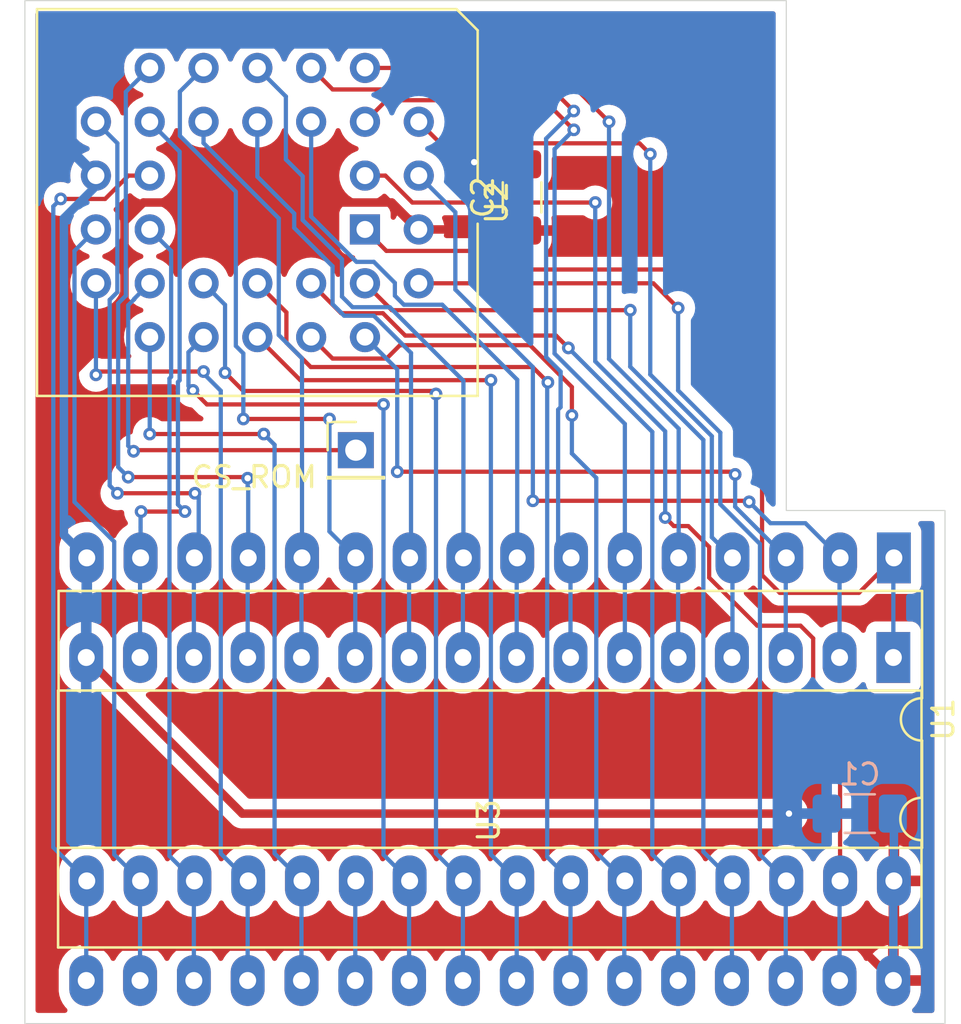
<source format=kicad_pcb>
(kicad_pcb (version 20240108) (generator "pcbnew") (generator_version "8.0")
  (layers (0 "F.Cu" signal) (1 "In1.Cu" signal) (2 "In2.Cu" signal) (31 "B.Cu" signal) (34 "B.Paste" user) (35 "F.Paste" user) (36 "B.SilkS" user "B.Silkscreen") (37 "F.SilkS" user "F.Silkscreen") (38 "B.Mask" user) (39 "F.Mask" user) (44 "Edge.Cuts" user))
  (net 0 "")
  (net 1 "/A0")
  (net 2 "/D6")
  (net 3 "/~{OE}")
  (net 4 "/A6")
  (net 5 "/A13")
  (net 6 "/A15")
  (net 7 "/D2")
  (net 8 "/A4")
  (net 9 "/A12")
  (net 10 "/A2")
  (net 11 "/D3")
  (net 12 "/A1")
  (net 13 "/A10")
  (net 14 "/D7")
  (net 15 "/~{WE}")
  (net 16 "/D1")
  (net 17 "/D4")
  (net 18 "/A17")
  (net 19 "/~{CE}")
  (net 20 "/D5")
  (net 21 "/A5")
  (net 22 "/A7")
  (net 23 "/A11")
  (net 24 "/A9")
  (net 25 "/A18")
  (net 26 "/A3")
  (net 27 "/D0")
  (net 28 "/A14")
  (net 29 "/A16")
  (net 30 "/A8")
  (net 31 "/~{CS_ROM}")
  (net 32 "VCC")
  (net 33 "GND")
  (footprint "Capacitor_SMD:C_1206_3216Metric_Pad1.33x1.80mm_HandSolder" (layer "F.Cu") (at 221.8436 167.1443 90)
    (property "Reference" "C2" (at 0 -1.85 270) (layer "F.SilkS"))
    (property "Value" "C")
    (fp_line (start -0.711252 -0.91) (end 0.711252 -0.91) (stroke (width 0.12)) (layer "F.SilkS"))
    (fp_line (start -0.711252 0.91) (end 0.711252 0.91) (stroke (width 0.12)) (layer "F.SilkS"))
    (pad "1" smd roundrect (at -1.5625 0 90) (size 1.325 1.8) (layers "F.Cu" "F.Paste" "F.Mask") (roundrect_rratio 0.188679) (net 32 "VCC"))
    (pad "2" smd roundrect (at 1.5625 0 90) (size 1.325 1.8) (layers "F.Cu" "F.Paste" "F.Mask") (roundrect_rratio 0.188679) (net 33 "GND"))
  )
  (footprint "Package_LCC:PLCC-32_THT-Socket" (layer "F.Cu") (at 214.4268 168.656 -90)
    (property "Reference" "U2" (at -1.27 -6.22 90) (layer "F.SilkS"))
    (property "Value" "SST39SF040")
    (fp_line (start -10.395 15.48) (end 7.855 15.48) (stroke (width 0.12)) (layer "F.SilkS"))
    (fp_line (start 7.855 15.48) (end 7.855 -5.32) (stroke (width 0.12)) (layer "F.SilkS"))
    (fp_line (start -10.395 -4.32) (end -10.395 15.48) (stroke (width 0.12)) (layer "F.SilkS"))
    (fp_line (start -9.395 -5.32) (end -10.395 -4.32) (stroke (width 0.12)) (layer "F.SilkS"))
    (fp_line (start -2.27 -5.32) (end -9.395 -5.32) (stroke (width 0.12)) (layer "F.SilkS"))
    (fp_line (start 7.855 -5.32) (end -0.27 -5.32) (stroke (width 0.12)) (layer "F.SilkS"))
    (pad "1" thru_hole rect (at 0 0 270) (size 1.4224 1.4224) (drill 0.8) (layers "*.Cu" "*.Mask") (net 25 "/A18"))
    (pad "2" thru_hole circle (at -2.54 -2.54 270) (size 1.4224 1.4224) (drill 0.8) (layers "*.Cu" "*.Mask") (net 29 "/A16"))
    (pad "3" thru_hole circle (at -2.54 0 270) (size 1.4224 1.4224) (drill 0.8) (layers "*.Cu" "*.Mask") (net 6 "/A15"))
    (pad "4" thru_hole circle (at -5.08 -2.54 270) (size 1.4224 1.4224) (drill 0.8) (layers "*.Cu" "*.Mask") (net 9 "/A12"))
    (pad "5" thru_hole circle (at -7.62 0 270) (size 1.4224 1.4224) (drill 0.8) (layers "*.Cu" "*.Mask") (net 22 "/A7"))
    (pad "6" thru_hole circle (at -5.08 0 270) (size 1.4224 1.4224) (drill 0.8) (layers "*.Cu" "*.Mask") (net 4 "/A6"))
    (pad "7" thru_hole circle (at -7.62 2.54 270) (size 1.4224 1.4224) (drill 0.8) (layers "*.Cu" "*.Mask") (net 21 "/A5"))
    (pad "8" thru_hole circle (at -5.08 2.54 270) (size 1.4224 1.4224) (drill 0.8) (layers "*.Cu" "*.Mask") (net 8 "/A4"))
    (pad "9" thru_hole circle (at -7.62 5.08 270) (size 1.4224 1.4224) (drill 0.8) (layers "*.Cu" "*.Mask") (net 26 "/A3"))
    (pad "10" thru_hole circle (at -5.08 5.08 270) (size 1.4224 1.4224) (drill 0.8) (layers "*.Cu" "*.Mask") (net 10 "/A2"))
    (pad "11" thru_hole circle (at -7.62 7.62 270) (size 1.4224 1.4224) (drill 0.8) (layers "*.Cu" "*.Mask") (net 12 "/A1"))
    (pad "12" thru_hole circle (at -5.08 7.62 270) (size 1.4224 1.4224) (drill 0.8) (layers "*.Cu" "*.Mask") (net 1 "/A0"))
    (pad "13" thru_hole circle (at -7.62 10.16 270) (size 1.4224 1.4224) (drill 0.8) (layers "*.Cu" "*.Mask") (net 27 "/D0"))
    (pad "14" thru_hole circle (at -5.08 12.7 270) (size 1.4224 1.4224) (drill 0.8) (layers "*.Cu" "*.Mask") (net 16 "/D1"))
    (pad "15" thru_hole circle (at -5.08 10.16 270) (size 1.4224 1.4224) (drill 0.8) (layers "*.Cu" "*.Mask") (net 7 "/D2"))
    (pad "16" thru_hole circle (at -2.54 12.7 270) (size 1.4224 1.4224) (drill 0.8) (layers "*.Cu" "*.Mask") (net 33 "GND"))
    (pad "17" thru_hole circle (at -2.54 10.16 270) (size 1.4224 1.4224) (drill 0.8) (layers "*.Cu" "*.Mask") (net 11 "/D3"))
    (pad "18" thru_hole circle (at 0 12.7 270) (size 1.4224 1.4224) (drill 0.8) (layers "*.Cu" "*.Mask") (net 17 "/D4"))
    (pad "19" thru_hole circle (at 0 10.16 270) (size 1.4224 1.4224) (drill 0.8) (layers "*.Cu" "*.Mask") (net 20 "/D5"))
    (pad "20" thru_hole circle (at 2.54 12.7 270) (size 1.4224 1.4224) (drill 0.8) (layers "*.Cu" "*.Mask") (net 2 "/D6"))
    (pad "21" thru_hole circle (at 5.08 10.16 270) (size 1.4224 1.4224) (drill 0.8) (layers "*.Cu" "*.Mask") (net 14 "/D7"))
    (pad "22" thru_hole circle (at 2.54 10.16 270) (size 1.4224 1.4224) (drill 0.8) (layers "*.Cu" "*.Mask") (net 31 "/~{CS_ROM}"))
    (pad "23" thru_hole circle (at 5.08 7.62 270) (size 1.4224 1.4224) (drill 0.8) (layers "*.Cu" "*.Mask") (net 13 "/A10"))
    (pad "24" thru_hole circle (at 2.54 7.62 270) (size 1.4224 1.4224) (drill 0.8) (layers "*.Cu" "*.Mask") (net 3 "/~{OE}"))
    (pad "25" thru_hole circle (at 5.08 5.08 270) (size 1.4224 1.4224) (drill 0.8) (layers "*.Cu" "*.Mask") (net 23 "/A11"))
    (pad "26" thru_hole circle (at 2.54 5.08 270) (size 1.4224 1.4224) (drill 0.8) (layers "*.Cu" "*.Mask") (net 24 "/A9"))
    (pad "27" thru_hole circle (at 5.08 2.54 270) (size 1.4224 1.4224) (drill 0.8) (layers "*.Cu" "*.Mask") (net 30 "/A8"))
    (pad "28" thru_hole circle (at 2.54 2.54 270) (size 1.4224 1.4224) (drill 0.8) (layers "*.Cu" "*.Mask") (net 5 "/A13"))
    (pad "29" thru_hole circle (at 5.08 0 270) (size 1.4224 1.4224) (drill 0.8) (layers "*.Cu" "*.Mask") (net 28 "/A14"))
    (pad "30" thru_hole circle (at 2.54 -2.54 270) (size 1.4224 1.4224) (drill 0.8) (layers "*.Cu" "*.Mask") (net 18 "/A17"))
    (pad "31" thru_hole circle (at 2.54 0 270) (size 1.4224 1.4224) (drill 0.8) (layers "*.Cu" "*.Mask") (net 15 "/~{WE}"))
    (pad "32" thru_hole circle (at 0 -2.54 270) (size 1.4224 1.4224) (drill 0.8) (layers "*.Cu" "*.Mask") (net 32 "VCC"))
  )
  (footprint "Package_DIP:DIP-32_W15.24mm_LongPads" (layer "F.Cu") (at 239.395 184.15 -90)
    (property "Reference" "U1" (at 7.62 -2.33 -90) (layer "F.SilkS"))
    (property "Value" "AS6C4008-55PCN")
    (fp_line (start 1.56 39.43) (end 13.68 39.43) (stroke (width 0.12)) (layer "F.SilkS"))
    (fp_line (start 13.68 39.43) (end 13.68 -1.33) (stroke (width 0.12)) (layer "F.SilkS"))
    (fp_line (start 1.56 -1.33) (end 1.56 39.43) (stroke (width 0.12)) (layer "F.SilkS"))
    (fp_line (start 6.62 -1.33) (end 1.56 -1.33) (stroke (width 0.12)) (layer "F.SilkS"))
    (fp_line (start 13.68 -1.33) (end 8.62 -1.33) (stroke (width 0.12)) (layer "F.SilkS"))
    (fp_arc (start 8.62 -1.33) (mid 7.62 -0.33) (end 6.62 -1.33) (stroke (width 0.12)) (layer "F.SilkS"))
    (pad "1" thru_hole rect (at 0 0 270) (size 2.4 1.6) (drill 0.8) (layers "*.Cu" "*.Mask") (net 25 "/A18"))
    (pad "2" thru_hole oval (at 0 2.54 270) (size 2.4 1.6) (drill 0.8) (layers "*.Cu" "*.Mask") (net 29 "/A16"))
    (pad "3" thru_hole oval (at 0 5.08 270) (size 2.4 1.6) (drill 0.8) (layers "*.Cu" "*.Mask") (net 28 "/A14"))
    (pad "4" thru_hole oval (at 0 7.62 270) (size 2.4 1.6) (drill 0.8) (layers "*.Cu" "*.Mask") (net 9 "/A12"))
    (pad "5" thru_hole oval (at 0 10.16 270) (size 2.4 1.6) (drill 0.8) (layers "*.Cu" "*.Mask") (net 22 "/A7"))
    (pad "6" thru_hole oval (at 0 12.7 270) (size 2.4 1.6) (drill 0.8) (layers "*.Cu" "*.Mask") (net 4 "/A6"))
    (pad "7" thru_hole oval (at 0 15.24 270) (size 2.4 1.6) (drill 0.8) (layers "*.Cu" "*.Mask") (net 21 "/A5"))
    (pad "8" thru_hole oval (at 0 17.78 270) (size 2.4 1.6) (drill 0.8) (layers "*.Cu" "*.Mask") (net 8 "/A4"))
    (pad "9" thru_hole oval (at 0 20.32 270) (size 2.4 1.6) (drill 0.8) (layers "*.Cu" "*.Mask") (net 26 "/A3"))
    (pad "10" thru_hole oval (at 0 22.86 270) (size 2.4 1.6) (drill 0.8) (layers "*.Cu" "*.Mask") (net 10 "/A2"))
    (pad "11" thru_hole oval (at 0 25.4 270) (size 2.4 1.6) (drill 0.8) (layers "*.Cu" "*.Mask") (net 12 "/A1"))
    (pad "12" thru_hole oval (at 0 27.94 270) (size 2.4 1.6) (drill 0.8) (layers "*.Cu" "*.Mask") (net 1 "/A0"))
    (pad "13" thru_hole oval (at 0 30.48 270) (size 2.4 1.6) (drill 0.8) (layers "*.Cu" "*.Mask") (net 27 "/D0"))
    (pad "14" thru_hole oval (at 0 33.02 270) (size 2.4 1.6) (drill 0.8) (layers "*.Cu" "*.Mask") (net 16 "/D1"))
    (pad "15" thru_hole oval (at 0 35.56 270) (size 2.4 1.6) (drill 0.8) (layers "*.Cu" "*.Mask") (net 7 "/D2"))
    (pad "16" thru_hole oval (at 0 38.1 270) (size 2.4 1.6) (drill 0.8) (layers "*.Cu" "*.Mask") (net 33 "GND"))
    (pad "17" thru_hole oval (at 15.24 38.1 270) (size 2.4 1.6) (drill 0.8) (layers "*.Cu" "*.Mask") (net 11 "/D3"))
    (pad "18" thru_hole oval (at 15.24 35.56 270) (size 2.4 1.6) (drill 0.8) (layers "*.Cu" "*.Mask") (net 17 "/D4"))
    (pad "19" thru_hole oval (at 15.24 33.02 270) (size 2.4 1.6) (drill 0.8) (layers "*.Cu" "*.Mask") (net 20 "/D5"))
    (pad "20" thru_hole oval (at 15.24 30.48 270) (size 2.4 1.6) (drill 0.8) (layers "*.Cu" "*.Mask") (net 2 "/D6"))
    (pad "21" thru_hole oval (at 15.24 27.94 270) (size 2.4 1.6) (drill 0.8) (layers "*.Cu" "*.Mask") (net 14 "/D7"))
    (pad "22" thru_hole oval (at 15.24 25.4 270) (size 2.4 1.6) (drill 0.8) (layers "*.Cu" "*.Mask") (net 19 "/~{CE}"))
    (pad "23" thru_hole oval (at 15.24 22.86 270) (size 2.4 1.6) (drill 0.8) (layers "*.Cu" "*.Mask") (net 13 "/A10"))
    (pad "24" thru_hole oval (at 15.24 20.32 270) (size 2.4 1.6) (drill 0.8) (layers "*.Cu" "*.Mask") (net 3 "/~{OE}"))
    (pad "25" thru_hole oval (at 15.24 17.78 270) (size 2.4 1.6) (drill 0.8) (layers "*.Cu" "*.Mask") (net 23 "/A11"))
    (pad "26" thru_hole oval (at 15.24 15.24 270) (size 2.4 1.6) (drill 0.8) (layers "*.Cu" "*.Mask") (net 24 "/A9"))
    (pad "27" thru_hole oval (at 15.24 12.7 270) (size 2.4 1.6) (drill 0.8) (layers "*.Cu" "*.Mask") (net 30 "/A8"))
    (pad "28" thru_hole oval (at 15.24 10.16 270) (size 2.4 1.6) (drill 0.8) (layers "*.Cu" "*.Mask") (net 5 "/A13"))
    (pad "29" thru_hole oval (at 15.24 7.62 270) (size 2.4 1.6) (drill 0.8) (layers "*.Cu" "*.Mask") (net 15 "/~{WE}"))
    (pad "30" thru_hole oval (at 15.24 5.08 270) (size 2.4 1.6) (drill 0.8) (layers "*.Cu" "*.Mask") (net 18 "/A17"))
    (pad "31" thru_hole oval (at 15.24 2.54 270) (size 2.4 1.6) (drill 0.8) (layers "*.Cu" "*.Mask") (net 6 "/A15"))
    (pad "32" thru_hole oval (at 15.24 0 270) (size 2.4 1.6) (drill 0.8) (layers "*.Cu" "*.Mask") (net 32 "VCC"))
  )
  (footprint "Package_DIP:DIP-32_W15.24mm_LongPads" (layer "F.Cu") (at 239.3696 188.85 -90)
    (property "Reference" "U3" (at 7.6952 19.1008 90) (layer "F.SilkS"))
    (property "Value" "AS6C4008-55PCN")
    (fp_line (start 1.56 39.43) (end 13.68 39.43) (stroke (width 0.12)) (layer "F.SilkS"))
    (fp_line (start 13.68 39.43) (end 13.68 -1.33) (stroke (width 0.12)) (layer "F.SilkS"))
    (fp_line (start 1.56 -1.33) (end 1.56 39.43) (stroke (width 0.12)) (layer "F.SilkS"))
    (fp_line (start 6.62 -1.33) (end 1.56 -1.33) (stroke (width 0.12)) (layer "F.SilkS"))
    (fp_line (start 13.68 -1.33) (end 8.62 -1.33) (stroke (width 0.12)) (layer "F.SilkS"))
    (fp_arc (start 8.62 -1.33) (mid 7.62 -0.33) (end 6.62 -1.33) (stroke (width 0.12)) (layer "F.SilkS"))
    (pad "1" thru_hole rect (at 0 0 270) (size 2.4 1.6) (drill 0.8) (layers "*.Cu" "*.Mask") (net 25 "/A18"))
    (pad "2" thru_hole oval (at 0 2.54 270) (size 2.4 1.6) (drill 0.8) (layers "*.Cu" "*.Mask") (net 29 "/A16"))
    (pad "3" thru_hole oval (at 0 5.08 270) (size 2.4 1.6) (drill 0.8) (layers "*.Cu" "*.Mask") (net 28 "/A14"))
    (pad "4" thru_hole oval (at 0 7.62 270) (size 2.4 1.6) (drill 0.8) (layers "*.Cu" "*.Mask") (net 9 "/A12"))
    (pad "5" thru_hole oval (at 0 10.16 270) (size 2.4 1.6) (drill 0.8) (layers "*.Cu" "*.Mask") (net 22 "/A7"))
    (pad "6" thru_hole oval (at 0 12.7 270) (size 2.4 1.6) (drill 0.8) (layers "*.Cu" "*.Mask") (net 4 "/A6"))
    (pad "7" thru_hole oval (at 0 15.24 270) (size 2.4 1.6) (drill 0.8) (layers "*.Cu" "*.Mask") (net 21 "/A5"))
    (pad "8" thru_hole oval (at 0 17.78 270) (size 2.4 1.6) (drill 0.8) (layers "*.Cu" "*.Mask") (net 8 "/A4"))
    (pad "9" thru_hole oval (at 0 20.32 270) (size 2.4 1.6) (drill 0.8) (layers "*.Cu" "*.Mask") (net 26 "/A3"))
    (pad "10" thru_hole oval (at 0 22.86 270) (size 2.4 1.6) (drill 0.8) (layers "*.Cu" "*.Mask") (net 10 "/A2"))
    (pad "11" thru_hole oval (at 0 25.4 270) (size 2.4 1.6) (drill 0.8) (layers "*.Cu" "*.Mask") (net 12 "/A1"))
    (pad "12" thru_hole oval (at 0 27.94 270) (size 2.4 1.6) (drill 0.8) (layers "*.Cu" "*.Mask") (net 1 "/A0"))
    (pad "13" thru_hole oval (at 0 30.48 270) (size 2.4 1.6) (drill 0.8) (layers "*.Cu" "*.Mask") (net 27 "/D0"))
    (pad "14" thru_hole oval (at 0 33.02 270) (size 2.4 1.6) (drill 0.8) (layers "*.Cu" "*.Mask") (net 16 "/D1"))
    (pad "15" thru_hole oval (at 0 35.56 270) (size 2.4 1.6) (drill 0.8) (layers "*.Cu" "*.Mask") (net 7 "/D2"))
    (pad "16" thru_hole oval (at 0 38.1 270) (size 2.4 1.6) (drill 0.8) (layers "*.Cu" "*.Mask") (net 33 "GND"))
    (pad "17" thru_hole oval (at 15.24 38.1 270) (size 2.4 1.6) (drill 0.8) (layers "*.Cu" "*.Mask") (net 11 "/D3"))
    (pad "18" thru_hole oval (at 15.24 35.56 270) (size 2.4 1.6) (drill 0.8) (layers "*.Cu" "*.Mask") (net 17 "/D4"))
    (pad "19" thru_hole oval (at 15.24 33.02 270) (size 2.4 1.6) (drill 0.8) (layers "*.Cu" "*.Mask") (net 20 "/D5"))
    (pad "20" thru_hole oval (at 15.24 30.48 270) (size 2.4 1.6) (drill 0.8) (layers "*.Cu" "*.Mask") (net 2 "/D6"))
    (pad "21" thru_hole oval (at 15.24 27.94 270) (size 2.4 1.6) (drill 0.8) (layers "*.Cu" "*.Mask") (net 14 "/D7"))
    (pad "22" thru_hole oval (at 15.24 25.4 270) (size 2.4 1.6) (drill 0.8) (layers "*.Cu" "*.Mask") (net 19 "/~{CE}"))
    (pad "23" thru_hole oval (at 15.24 22.86 270) (size 2.4 1.6) (drill 0.8) (layers "*.Cu" "*.Mask") (net 13 "/A10"))
    (pad "24" thru_hole oval (at 15.24 20.32 270) (size 2.4 1.6) (drill 0.8) (layers "*.Cu" "*.Mask") (net 3 "/~{OE}"))
    (pad "25" thru_hole oval (at 15.24 17.78 270) (size 2.4 1.6) (drill 0.8) (layers "*.Cu" "*.Mask") (net 23 "/A11"))
    (pad "26" thru_hole oval (at 15.24 15.24 270) (size 2.4 1.6) (drill 0.8) (layers "*.Cu" "*.Mask") (net 24 "/A9"))
    (pad "27" thru_hole oval (at 15.24 12.7 270) (size 2.4 1.6) (drill 0.8) (layers "*.Cu" "*.Mask") (net 30 "/A8"))
    (pad "28" thru_hole oval (at 15.24 10.16 270) (size 2.4 1.6) (drill 0.8) (layers "*.Cu" "*.Mask") (net 5 "/A13"))
    (pad "29" thru_hole oval (at 15.24 7.62 270) (size 2.4 1.6) (drill 0.8) (layers "*.Cu" "*.Mask") (net 15 "/~{WE}"))
    (pad "30" thru_hole oval (at 15.24 5.08 270) (size 2.4 1.6) (drill 0.8) (layers "*.Cu" "*.Mask") (net 18 "/A17"))
    (pad "31" thru_hole oval (at 15.24 2.54 270) (size 2.4 1.6) (drill 0.8) (layers "*.Cu" "*.Mask") (net 6 "/A15"))
    (pad "32" thru_hole oval (at 15.24 0 270) (size 2.4 1.6) (drill 0.8) (layers "*.Cu" "*.Mask") (net 32 "VCC"))
  )
  (footprint "Connector_PinHeader_2.54mm:PinHeader_1x01_P2.54mm_Vertical" (layer "F.Cu") (at 213.995 179.07)
    (property "Reference" "CS_ROM" (at -4.8006 1.27 0) (layer "F.SilkS"))
    (property "Value" "Conn_01x01_Pin")
    (fp_line (start -1.33 -1.33) (end 0 -1.33) (stroke (width 0.12)) (layer "F.SilkS"))
    (fp_line (start -1.33 0) (end -1.33 -1.33) (stroke (width 0.12)) (layer "F.SilkS"))
    (fp_line (start -1.33 1.27) (end -1.33 1.33) (stroke (width 0.12)) (layer "F.SilkS"))
    (fp_line (start -1.33 1.27) (end 1.33 1.27) (stroke (width 0.12)) (layer "F.SilkS"))
    (fp_line (start -1.33 1.33) (end 1.33 1.33) (stroke (width 0.12)) (layer "F.SilkS"))
    (fp_line (start 1.33 1.27) (end 1.33 1.33) (stroke (width 0.12)) (layer "F.SilkS"))
    (pad "1" thru_hole rect (at 0 0) (size 1.7 1.7) (drill 1) (layers "*.Cu" "*.Mask") (net 31 "/~{CS_ROM}"))
  )
  (footprint "Capacitor_SMD:C_1206_3216Metric_Pad1.33x1.80mm_HandSolder" (layer "B.Cu") (at 237.7825 196.215 180)
    (property "Reference" "C1" (at 0 1.85 180) (layer "B.SilkS") (effects (justify mirror)))
    (property "Value" "C")
    (fp_line (start 0.711252 0.91) (end -0.711252 0.91) (stroke (width 0.12)) (layer "B.SilkS"))
    (fp_line (start 0.711252 -0.91) (end -0.711252 -0.91) (stroke (width 0.12)) (layer "B.SilkS"))
    (pad "1" smd roundrect (at -1.5625 0 180) (size 1.325 1.8) (layers "B.Cu" "B.Paste" "B.Mask") (roundrect_rratio 0.188679) (net 32 "VCC"))
    (pad "2" smd roundrect (at 1.5625 0 180) (size 1.325 1.8) (layers "B.Cu" "B.Paste" "B.Mask") (roundrect_rratio 0.188679) (net 33 "GND"))
  )
  (gr_poly (pts (xy 198.374 157.861) (xy 234.315 157.861) (xy 234.315 181.9148) (xy 241.808 181.9148) (xy 241.808 206.121) (xy 198.374 206.121)) (stroke (width 0.05)) (fill none) (layer "Edge.Cuts"))
  (segment (start 210.358 173.637253) (end 211.455 174.734253) (width 0.2) (layer "B.Cu") (net 1))
  (segment (start 211.4296 184.1754) (end 211.455 184.15) (width 0.2) (layer "B.Cu") (net 1))
  (segment (start 210.358 168.132988) (end 210.358 173.637253) (width 0.2) (layer "B.Cu") (net 1))
  (segment (start 206.8068 163.576) (end 206.8068 164.581788) (width 0.2) (layer "B.Cu") (net 1))
  (segment (start 211.455 174.734253) (end 211.455 184.15) (width 0.2) (layer "B.Cu") (net 1))
  (segment (start 211.4296 188.85) (end 211.4296 184.1754) (width 0.2) (layer "B.Cu") (net 1))
  (segment (start 206.8068 164.581788) (end 210.358 168.132988) (width 0.2) (layer "B.Cu") (net 1))
  (segment (start 201.881832 175.358968) (end 206.8068 175.358968) (width 0.2) (layer "F.Cu") (net 2))
  (segment (start 201.7268 175.514) (end 201.881832 175.358968) (width 0.2) (layer "F.Cu") (net 2))
  (via (at 201.7268 175.514) (size 0.6) (drill 0.3) (layers "F.Cu" "B.Cu") (net 2))
  (via (at 206.8068 175.358968) (size 0.6) (drill 0.3) (layers "F.Cu" "B.Cu") (net 2))
  (segment (start 207.6196 176.2656) (end 206.8068 175.4528) (width 0.2) (layer "B.Cu") (net 2))
  (segment (start 208.8896 199.4154) (end 208.915 199.39) (width 0.2) (layer "B.Cu") (net 2))
  (segment (start 201.7268 171.196) (end 201.7268 175.514) (width 0.2) (layer "B.Cu") (net 2))
  (segment (start 208.915 199.39) (end 207.6196 198.0946) (width 0.2) (layer "B.Cu") (net 2))
  (segment (start 208.8896 204.09) (end 208.8896 199.4154) (width 0.2) (layer "B.Cu") (net 2))
  (segment (start 207.6196 198.0946) (end 207.6196 176.2656) (width 0.2) (layer "B.Cu") (net 2))
  (segment (start 206.8068 175.4528) (end 206.8068 175.358968) (width 0.2) (layer "B.Cu") (net 2))
  (segment (start 207.8228 175.4124) (end 208.6864 176.276) (width 0.2) (layer "F.Cu") (net 3))
  (segment (start 217.6376 176.276) (end 217.7796 176.418) (width 0.2) (layer "F.Cu") (net 3))
  (segment (start 208.6864 176.276) (end 217.6376 176.276) (width 0.2) (layer "F.Cu") (net 3))
  (via (at 207.8228 175.4124) (size 0.6) (drill 0.3) (layers "F.Cu" "B.Cu") (net 3))
  (via (at 217.7796 176.418) (size 0.6) (drill 0.3) (layers "F.Cu" "B.Cu") (net 3))
  (segment (start 206.8068 171.196) (end 207.8228 172.212) (width 0.2) (layer "B.Cu") (net 3))
  (segment (start 219.0496 199.4154) (end 219.075 199.39) (width 0.2) (layer "B.Cu") (net 3))
  (segment (start 219.075 199.39) (end 217.7796 198.0946) (width 0.2) (layer "B.Cu") (net 3))
  (segment (start 217.7796 198.0946) (end 217.7796 176.418) (width 0.2) (layer "B.Cu") (net 3))
  (segment (start 219.0496 204.09) (end 219.0496 199.4154) (width 0.2) (layer "B.Cu") (net 3))
  (segment (start 207.8228 172.212) (end 207.8228 175.4124) (width 0.2) (layer "B.Cu") (net 3))
  (segment (start 214.4268 163.576) (end 215.4428 162.56) (width 0.2) (layer "F.Cu") (net 4))
  (segment (start 222.889 162.56) (end 224.286 163.957) (width 0.2) (layer "F.Cu") (net 4))
  (segment (start 215.4428 162.56) (end 222.889 162.56) (width 0.2) (layer "F.Cu") (net 4))
  (via (at 224.286 163.957) (size 0.6) (drill 0.3) (layers "F.Cu" "B.Cu") (net 4))
  (segment (start 223.378 174.513239) (end 223.378 164.865) (width 0.2) (layer "B.Cu") (net 4))
  (segment (start 226.695 184.15) (end 226.695 188.8246) (width 0.2) (layer "B.Cu") (net 4))
  (segment (start 226.695 177.830239) (end 223.378 174.513239) (width 0.2) (layer "B.Cu") (net 4))
  (segment (start 226.695 184.15) (end 226.695 177.830239) (width 0.2) (layer "B.Cu") (net 4))
  (segment (start 223.378 164.865) (end 224.286 163.957) (width 0.2) (layer "B.Cu") (net 4))
  (segment (start 226.695 188.8246) (end 226.6696 188.85) (width 0.2) (layer "B.Cu") (net 4))
  (segment (start 223.446614 173.662614) (end 224.028 174.244) (width 0.2) (layer "F.Cu") (net 5))
  (segment (start 213.298 172.6072) (end 215.272314 172.6072) (width 0.2) (layer "F.Cu") (net 5))
  (segment (start 215.272314 172.6072) (end 216.327728 173.662614) (width 0.2) (layer "F.Cu") (net 5))
  (segment (start 216.327728 173.662614) (end 223.446614 173.662614) (width 0.2) (layer "F.Cu") (net 5))
  (segment (start 211.8868 171.196) (end 213.298 172.6072) (width 0.2) (layer "F.Cu") (net 5))
  (via (at 224.028 174.244) (size 0.6) (drill 0.3) (layers "F.Cu" "B.Cu") (net 5))
  (segment (start 227.9904 198.1454) (end 227.9904 178.2064) (width 0.2) (layer "B.Cu") (net 5))
  (segment (start 229.2096 199.4154) (end 229.235 199.39) (width 0.2) (layer "B.Cu") (net 5))
  (segment (start 227.9904 178.2064) (end 224.028 174.244) (width 0.2) (layer "B.Cu") (net 5))
  (segment (start 229.2096 204.09) (end 229.2096 199.4154) (width 0.2) (layer "B.Cu") (net 5))
  (segment (start 229.235 199.39) (end 227.9904 198.1454) (width 0.2) (layer "B.Cu") (net 5))
  (segment (start 235.585 190.119) (end 236.855 191.389) (width 0.2) (layer "F.Cu") (net 6))
  (segment (start 235.585 187.947882) (end 235.585 190.119) (width 0.2) (layer "F.Cu") (net 6))
  (segment (start 229.690635 182.65) (end 230.675 183.634365) (width 0.2) (layer "F.Cu") (net 6))
  (segment (start 230.675 185.082) (end 232.943 187.35) (width 0.2) (layer "F.Cu") (net 6))
  (segment (start 229.005 182.65) (end 229.690635 182.65) (width 0.2) (layer "F.Cu") (net 6))
  (segment (start 230.675 183.634365) (end 230.675 185.082) (width 0.2) (layer "F.Cu") (net 6))
  (segment (start 215.392 166.116) (end 216.662 167.386) (width 0.2) (layer "F.Cu") (net 6))
  (segment (start 236.855 191.389) (end 236.855 199.39) (width 0.2) (layer "F.Cu") (net 6))
  (segment (start 228.6 182.245) (end 229.005 182.65) (width 0.2) (layer "F.Cu") (net 6))
  (segment (start 234.987118 187.35) (end 235.585 187.947882) (width 0.2) (layer "F.Cu") (net 6))
  (segment (start 216.662 167.386) (end 225.298 167.386) (width 0.2) (layer "F.Cu") (net 6))
  (segment (start 214.4268 166.116) (end 215.392 166.116) (width 0.2) (layer "F.Cu") (net 6))
  (segment (start 232.943 187.35) (end 234.987118 187.35) (width 0.2) (layer "F.Cu") (net 6))
  (via (at 228.6 182.245) (size 0.6) (drill 0.3) (layers "F.Cu" "B.Cu") (net 6))
  (via (at 225.298 167.386) (size 0.6) (drill 0.3) (layers "F.Cu" "B.Cu") (net 6))
  (segment (start 228.6 182.245) (end 228.6 178.181) (width 0.2) (layer "B.Cu") (net 6))
  (segment (start 228.6 178.181) (end 225.298 174.879) (width 0.2) (layer "B.Cu") (net 6))
  (segment (start 236.8296 204.09) (end 236.8296 199.4154) (width 0.2) (layer "B.Cu") (net 6))
  (segment (start 236.8296 199.4154) (end 236.855 199.39) (width 0.2) (layer "B.Cu") (net 6))
  (segment (start 225.298 174.879) (end 225.298 167.386) (width 0.2) (layer "B.Cu") (net 6))
  (segment (start 203.8604 181.9656) (end 205.928 181.9656) (width 0.2) (layer "F.Cu") (net 7))
  (via (at 205.928 181.9656) (size 0.6) (drill 0.3) (layers "F.Cu" "B.Cu") (net 7))
  (via (at 203.8604 181.9656) (size 0.6) (drill 0.3) (layers "F.Cu" "B.Cu") (net 7))
  (segment (start 205.598 181.6356) (end 205.928 181.9656) (width 0.2) (layer "B.Cu") (net 7))
  (segment (start 204.2668 163.576) (end 205.678 164.9872) (width 0.2) (layer "B.Cu") (net 7))
  (segment (start 203.835 184.15) (end 203.835 182.7022) (width 0.2) (layer "B.Cu") (net 7))
  (segment (start 203.835 182.7022) (end 203.835 181.991) (width 0.2) (layer "B.Cu") (net 7))
  (segment (start 205.678 164.9872) (end 205.678 175.774361) (width 0.2) (layer "B.Cu") (net 7))
  (segment (start 203.8096 184.1754) (end 203.835 184.15) (width 0.2) (layer "B.Cu") (net 7))
  (segment (start 205.598 175.854361) (end 205.598 181.6356) (width 0.2) (layer "B.Cu") (net 7))
  (segment (start 205.678 175.774361) (end 205.598 175.854361) (width 0.2) (layer "B.Cu") (net 7))
  (segment (start 203.835 181.991) (end 203.8604 181.9656) (width 0.2) (layer "B.Cu") (net 7))
  (segment (start 203.8096 188.85) (end 203.8096 184.1754) (width 0.2) (layer "B.Cu") (net 7))
  (segment (start 215.838 171.780538) (end 215.838 171.177147) (width 0.2) (layer "B.Cu") (net 8))
  (segment (start 211.8868 168.0464) (end 211.8868 163.576) (width 0.2) (layer "B.Cu") (net 8))
  (segment (start 221.5896 188.85) (end 221.5896 184.1754) (width 0.2) (layer "B.Cu") (net 8))
  (segment (start 215.838 171.177147) (end 214.845653 170.1848) (width 0.2) (layer "B.Cu") (net 8))
  (segment (start 221.5896 184.1754) (end 221.615 184.15) (width 0.2) (layer "B.Cu") (net 8))
  (segment (start 214.0252 170.1848) (end 211.8868 168.0464) (width 0.2) (layer "B.Cu") (net 8))
  (segment (start 221.615 175.747271) (end 218.074929 172.2072) (width 0.2) (layer "B.Cu") (net 8))
  (segment (start 216.264662 172.2072) (end 215.838 171.780538) (width 0.2) (layer "B.Cu") (net 8))
  (segment (start 218.074929 172.2072) (end 216.264662 172.2072) (width 0.2) (layer "B.Cu") (net 8))
  (segment (start 214.845653 170.1848) (end 214.0252 170.1848) (width 0.2) (layer "B.Cu") (net 8))
  (segment (start 221.615 184.15) (end 221.615 175.747271) (width 0.2) (layer "B.Cu") (net 8))
  (segment (start 227.387 164.592) (end 227.895 165.1) (width 0.2) (layer "F.Cu") (net 9))
  (segment (start 217.9828 164.592) (end 227.387 164.592) (width 0.2) (layer "F.Cu") (net 9))
  (segment (start 216.9668 163.576) (end 217.9828 164.592) (width 0.2) (layer "F.Cu") (net 9))
  (via (at 227.895 165.1) (size 0.6) (drill 0.3) (layers "F.Cu" "B.Cu") (net 9))
  (segment (start 230.8012 183.1762) (end 230.8012 178.407886) (width 0.2) (layer "B.Cu") (net 9))
  (segment (start 230.8012 178.407886) (end 227.895 175.501686) (width 0.2) (layer "B.Cu") (net 9))
  (segment (start 231.775 184.15) (end 230.8012 183.1762) (width 0.2) (layer "B.Cu") (net 9))
  (segment (start 231.775 188.8246) (end 231.7496 188.85) (width 0.2) (layer "B.Cu") (net 9))
  (segment (start 227.895 175.501686) (end 227.895 165.1) (width 0.2) (layer "B.Cu") (net 9))
  (segment (start 231.775 184.15) (end 231.775 188.8246) (width 0.2) (layer "B.Cu") (net 9))
  (segment (start 212.898 172.179653) (end 212.898 170.39217) (width 0.2) (layer "B.Cu") (net 10))
  (segment (start 209.3468 166.164086) (end 209.3468 163.576) (width 0.2) (layer "B.Cu") (net 10))
  (segment (start 216.535 184.15) (end 216.6008 184.0842) (width 0.2) (layer "B.Cu") (net 10))
  (segment (start 211.0868 168.58097) (end 211.0868 167.904086) (width 0.2) (layer "B.Cu") (net 10))
  (segment (start 216.5096 188.85) (end 216.5096 184.1754) (width 0.2) (layer "B.Cu") (net 10))
  (segment (start 213.443147 172.7248) (end 212.898 172.179653) (width 0.2) (layer "B.Cu") (net 10))
  (segment (start 211.0868 167.904086) (end 209.3468 166.164086) (width 0.2) (layer "B.Cu") (net 10))
  (segment (start 216.5096 184.1754) (end 216.535 184.15) (width 0.2) (layer "B.Cu") (net 10))
  (segment (start 216.6008 184.0842) (end 216.6008 174.479947) (width 0.2) (layer "B.Cu") (net 10))
  (segment (start 214.845653 172.7248) (end 213.443147 172.7248) (width 0.2) (layer "B.Cu") (net 10))
  (segment (start 216.6008 174.479947) (end 214.845653 172.7248) (width 0.2) (layer "B.Cu") (net 10))
  (segment (start 212.898 170.39217) (end 211.0868 168.58097) (width 0.2) (layer "B.Cu") (net 10))
  (segment (start 202.160392 167.21662) (end 200.0638 167.21662) (width 0.2) (layer "F.Cu") (net 11))
  (segment (start 203.261012 166.116) (end 202.160392 167.21662) (width 0.2) (layer "F.Cu") (net 11))
  (segment (start 204.2668 166.116) (end 203.261012 166.116) (width 0.2) (layer "F.Cu") (net 11))
  (via (at 200.0638 167.21662) (size 0.6) (drill 0.3) (layers "F.Cu" "B.Cu") (net 11))
  (segment (start 201.2696 204.09) (end 201.2696 199.4154) (width 0.2) (layer "B.Cu") (net 11))
  (segment (start 201.2696 199.4154) (end 201.295 199.39) (width 0.2) (layer "B.Cu") (net 11))
  (segment (start 199.714903 167.565517) (end 200.0638 167.21662) (width 0.2) (layer "B.Cu") (net 11))
  (segment (start 201.295 199.39) (end 199.714903 197.809903) (width 0.2) (layer "B.Cu") (net 11))
  (segment (start 199.714903 197.809903) (end 199.714903 167.565517) (width 0.2) (layer "B.Cu") (net 11))
  (segment (start 208.6864 177.5968) (end 212.7504 177.5968) (width 0.2) (layer "F.Cu") (net 12))
  (via (at 212.7504 177.5968) (size 0.6) (drill 0.3) (layers "F.Cu" "B.Cu") (net 12))
  (via (at 208.6864 177.5968) (size 0.6) (drill 0.3) (layers "F.Cu" "B.Cu") (net 12))
  (segment (start 208.6864 177.5968) (end 208.6864 174.505653) (width 0.2) (layer "B.Cu") (net 12))
  (segment (start 205.6892 162.1536) (end 206.8068 161.036) (width 0.2) (layer "B.Cu") (net 12))
  (segment (start 208.3308 174.150053) (end 208.3308 166.878) (width 0.2) (layer "B.Cu") (net 12))
  (segment (start 213.9696 188.85) (end 213.9696 184.1754) (width 0.2) (layer "B.Cu") (net 12))
  (segment (start 205.6892 164.2364) (end 205.6892 162.1536) (width 0.2) (layer "B.Cu") (net 12))
  (segment (start 213.995 184.15) (end 212.7504 182.9054) (width 0.2) (layer "B.Cu") (net 12))
  (segment (start 212.7504 182.9054) (end 212.7504 177.5968) (width 0.2) (layer "B.Cu") (net 12))
  (segment (start 208.6864 174.505653) (end 208.3308 174.150053) (width 0.2) (layer "B.Cu") (net 12))
  (segment (start 208.3308 166.878) (end 205.6892 164.2364) (width 0.2) (layer "B.Cu") (net 12))
  (segment (start 213.9696 184.1754) (end 213.995 184.15) (width 0.2) (layer "B.Cu") (net 12))
  (segment (start 206.303434 176.249728) (end 206.964708 176.911002) (width 0.2) (layer "F.Cu") (net 13))
  (segment (start 206.964708 176.911002) (end 215.300794 176.911002) (width 0.2) (layer "F.Cu") (net 13))
  (segment (start 215.300794 176.911002) (end 215.3008 176.910996) (width 0.2) (layer "F.Cu") (net 13))
  (via (at 206.303434 176.249728) (size 0.6) (drill 0.3) (layers "F.Cu" "B.Cu") (net 13))
  (via (at 215.3008 176.910996) (size 0.6) (drill 0.3) (layers "F.Cu" "B.Cu") (net 13))
  (segment (start 215.3008 198.1558) (end 215.3008 176.910996) (width 0.2) (layer "B.Cu") (net 13))
  (segment (start 206.8068 173.736) (end 206.0956 174.4472) (width 0.2) (layer "B.Cu") (net 13))
  (segment (start 216.535 199.39) (end 215.3008 198.1558) (width 0.2) (layer "B.Cu") (net 13))
  (segment (start 216.5096 204.09) (end 216.5096 199.4154) (width 0.2) (layer "B.Cu") (net 13))
  (segment (start 206.0956 176.041894) (end 206.303434 176.249728) (width 0.2) (layer "B.Cu") (net 13))
  (segment (start 206.0956 174.4472) (end 206.0956 176.041894) (width 0.2) (layer "B.Cu") (net 13))
  (segment (start 216.5096 199.4154) (end 216.535 199.39) (width 0.2) (layer "B.Cu") (net 13))
  (segment (start 204.2668 178.308) (end 209.6516 178.308) (width 0.2) (layer "F.Cu") (net 14))
  (via (at 204.2668 178.308) (size 0.6) (drill 0.3) (layers "F.Cu" "B.Cu") (net 14))
  (via (at 209.6516 178.308) (size 0.6) (drill 0.3) (layers "F.Cu" "B.Cu") (net 14))
  (segment (start 210.1596 198.0946) (end 211.455 199.39) (width 0.2) (layer "B.Cu") (net 14))
  (segment (start 209.6516 178.308) (end 210.1596 178.816) (width 0.2) (layer "B.Cu") (net 14))
  (segment (start 211.4296 204.09) (end 211.4296 199.4154) (width 0.2) (layer "B.Cu") (net 14))
  (segment (start 204.2668 173.736) (end 204.2668 178.308) (width 0.2) (layer "B.Cu") (net 14))
  (segment (start 210.1596 178.816) (end 210.1596 198.0946) (width 0.2) (layer "B.Cu") (net 14))
  (segment (start 211.4296 199.4154) (end 211.455 199.39) (width 0.2) (layer "B.Cu") (net 14))
  (segment (start 215.6968 172.466) (end 226.949 172.466) (width 0.2) (layer "F.Cu") (net 15))
  (segment (start 214.4268 171.196) (end 215.6968 172.466) (width 0.2) (layer "F.Cu") (net 15))
  (via (at 226.949 172.466) (size 0.6) (drill 0.3) (layers "F.Cu" "B.Cu") (net 15))
  (segment (start 226.949 175.133) (end 226.949 172.466) (width 0.2) (layer "B.Cu") (net 15))
  (segment (start 231.7496 204.09) (end 231.7496 199.4154) (width 0.2) (layer "B.Cu") (net 15))
  (segment (start 230.4012 178.5852) (end 226.949 175.133) (width 0.2) (layer "B.Cu") (net 15))
  (segment (start 231.7496 199.4154) (end 231.775 199.39) (width 0.2) (layer "B.Cu") (net 15))
  (segment (start 230.4012 198.0162) (end 230.4012 178.5852) (width 0.2) (layer "B.Cu") (net 15))
  (segment (start 231.775 199.39) (end 230.4012 198.0162) (width 0.2) (layer "B.Cu") (net 15))
  (segment (start 202.7428 181.102) (end 206.4004 181.102) (width 0.2) (layer "F.Cu") (net 16))
  (segment (start 206.4004 181.102) (end 206.400401 181.101999) (width 0.2) (layer "F.Cu") (net 16))
  (via (at 206.400401 181.101999) (size 0.6) (drill 0.3) (layers "F.Cu" "B.Cu") (net 16))
  (via (at 202.7428 181.102) (size 0.6) (drill 0.3) (layers "F.Cu" "B.Cu") (net 16))
  (segment (start 206.3496 184.1754) (end 206.375 184.15) (width 0.2) (layer "B.Cu") (net 16))
  (segment (start 206.578 181.279598) (end 206.400401 181.101999) (width 0.2) (layer "B.Cu") (net 16))
  (segment (start 202.738 171.614853) (end 202.3768 171.976053) (width 0.2) (layer "B.Cu") (net 16))
  (segment (start 206.3496 188.85) (end 206.3496 184.1754) (width 0.2) (layer "B.Cu") (net 16))
  (segment (start 201.7268 163.576) (end 202.738 164.5872) (width 0.2) (layer "B.Cu") (net 16))
  (segment (start 206.578 183.947) (end 206.578 181.279598) (width 0.2) (layer "B.Cu") (net 16))
  (segment (start 202.738 164.5872) (end 202.738 171.614853) (width 0.2) (layer "B.Cu") (net 16))
  (segment (start 206.375 184.15) (end 206.578 183.947) (width 0.2) (layer "B.Cu") (net 16))
  (segment (start 202.3768 171.976053) (end 202.3768 180.736) (width 0.2) (layer "B.Cu") (net 16))
  (segment (start 202.3768 180.736) (end 202.7428 181.102) (width 0.2) (layer "B.Cu") (net 16))
  (segment (start 203.8096 199.4154) (end 203.835 199.39) (width 0.2) (layer "B.Cu") (net 17))
  (segment (start 202.5904 198.1454) (end 203.835 199.39) (width 0.2) (layer "B.Cu") (net 17))
  (segment (start 200.7156 169.6672) (end 200.7156 181.5132) (width 0.2) (layer "B.Cu") (net 17))
  (segment (start 203.8096 204.09) (end 203.8096 199.4154) (width 0.2) (layer "B.Cu") (net 17))
  (segment (start 201.7268 168.656) (end 200.7156 169.6672) (width 0.2) (layer "B.Cu") (net 17))
  (segment (start 202.5904 183.388) (end 202.5904 198.1454) (width 0.2) (layer "B.Cu") (net 17))
  (segment (start 200.7156 181.5132) (end 202.5904 183.388) (width 0.2) (layer "B.Cu") (net 17))
  (segment (start 216.9668 171.196) (end 228.0412 171.196) (width 0.2) (layer "F.Cu") (net 18))
  (segment (start 228.0412 171.196) (end 229.2096 172.3644) (width 0.2) (layer "F.Cu") (net 18))
  (via (at 229.2096 172.3644) (size 0.6) (drill 0.3) (layers "F.Cu" "B.Cu") (net 18))
  (segment (start 234.2896 199.4154) (end 234.315 199.39) (width 0.2) (layer "B.Cu") (net 18))
  (segment (start 231.2012 181.620565) (end 231.2012 178.2422) (width 0.2) (layer "B.Cu") (net 18))
  (segment (start 229.2096 176.2506) (end 229.2096 172.3644) (width 0.2) (layer "B.Cu") (net 18))
  (segment (start 233.0704 198.1454) (end 233.0704 183.489765) (width 0.2) (layer "B.Cu") (net 18))
  (segment (start 231.2012 178.2422) (end 229.2096 176.2506) (width 0.2) (layer "B.Cu") (net 18))
  (segment (start 234.315 199.39) (end 233.0704 198.1454) (width 0.2) (layer "B.Cu") (net 18))
  (segment (start 233.0704 183.489765) (end 231.2012 181.620565) (width 0.2) (layer "B.Cu") (net 18))
  (segment (start 234.2896 204.09) (end 234.2896 199.4154) (width 0.2) (layer "B.Cu") (net 18))
  (segment (start 213.9696 199.4154) (end 213.995 199.39) (width 0.2) (layer "B.Cu") (net 19))
  (segment (start 213.9696 204.09) (end 213.9696 199.4154) (width 0.2) (layer "B.Cu") (net 19))
  (segment (start 206.3496 199.4154) (end 206.375 199.39) (width 0.2) (layer "B.Cu") (net 20))
  (segment (start 205.198 198.213) (end 206.375 199.39) (width 0.2) (layer "B.Cu") (net 20))
  (segment (start 204.2668 168.656) (end 205.278 169.6672) (width 0.2) (layer "B.Cu") (net 20))
  (segment (start 205.198 175.688676) (end 205.198 198.213) (width 0.2) (layer "B.Cu") (net 20))
  (segment (start 205.278 175.608676) (end 205.198 175.688676) (width 0.2) (layer "B.Cu") (net 20))
  (segment (start 205.278 169.6672) (end 205.278 175.608676) (width 0.2) (layer "B.Cu") (net 20))
  (segment (start 206.3496 204.09) (end 206.3496 199.4154) (width 0.2) (layer "B.Cu") (net 20))
  (segment (start 211.8868 161.036) (end 212.9028 162.052) (width 0.2) (layer "F.Cu") (net 21))
  (segment (start 212.9028 162.052) (end 223.266 162.052) (width 0.2) (layer "F.Cu") (net 21))
  (segment (start 223.266 162.052) (end 224.282 163.068) (width 0.2) (layer "F.Cu") (net 21))
  (via (at 224.282 163.068) (size 0.6) (drill 0.3) (layers "F.Cu" "B.Cu") (net 21))
  (segment (start 222.978 174.678924) (end 222.978 164.372) (width 0.2) (layer "B.Cu") (net 21))
  (segment (start 224.1296 184.1754) (end 224.155 184.15) (width 0.2) (layer "B.Cu") (net 21))
  (segment (start 223.662769 177.038744) (end 223.662769 175.363693) (width 0.2) (layer "B.Cu") (net 21))
  (segment (start 223.662769 175.363693) (end 222.978 174.678924) (width 0.2) (layer "B.Cu") (net 21))
  (segment (start 224.1296 188.85) (end 224.1296 184.1754) (width 0.2) (layer "B.Cu") (net 21))
  (segment (start 223.544755 177.156758) (end 223.662769 177.038744) (width 0.2) (layer "B.Cu") (net 21))
  (segment (start 222.978 164.372) (end 224.282 163.068) (width 0.2) (layer "B.Cu") (net 21))
  (segment (start 223.544755 183.539755) (end 223.544755 177.156758) (width 0.2) (layer "B.Cu") (net 21))
  (segment (start 224.155 184.15) (end 223.544755 183.539755) (width 0.2) (layer "B.Cu") (net 21))
  (segment (start 214.4268 161.036) (end 223.408001 161.036) (width 0.2) (layer "F.Cu") (net 22))
  (segment (start 223.408001 161.036) (end 225.948001 163.576) (width 0.2) (layer "F.Cu") (net 22))
  (via (at 225.948001 163.576) (size 0.6) (drill 0.3) (layers "F.Cu" "B.Cu") (net 22))
  (segment (start 229.2096 188.85) (end 229.2096 184.1754) (width 0.2) (layer "B.Cu") (net 22))
  (segment (start 229.235 184.15) (end 229.235 178.054) (width 0.2) (layer "B.Cu") (net 22))
  (segment (start 229.235 178.054) (end 225.948001 174.767001) (width 0.2) (layer "B.Cu") (net 22))
  (segment (start 229.2096 184.1754) (end 229.235 184.15) (width 0.2) (layer "B.Cu") (net 22))
  (segment (start 225.948001 174.767001) (end 225.948001 163.576) (width 0.2) (layer "B.Cu") (net 22))
  (segment (start 211.3788 175.768) (end 220.370398 175.768) (width 0.2) (layer "F.Cu") (net 23))
  (segment (start 209.3468 173.736) (end 211.3788 175.768) (width 0.2) (layer "F.Cu") (net 23))
  (via (at 220.370398 175.768) (size 0.6) (drill 0.3) (layers "F.Cu" "B.Cu") (net 23))
  (segment (start 221.615 199.39) (end 220.370398 198.145398) (width 0.2) (layer "B.Cu") (net 23))
  (segment (start 221.5896 204.09) (end 221.5896 199.4154) (width 0.2) (layer "B.Cu") (net 23))
  (segment (start 220.370398 198.145398) (end 220.370398 175.768) (width 0.2) (layer "B.Cu") (net 23))
  (segment (start 221.5896 199.4154) (end 221.615 199.39) (width 0.2) (layer "B.Cu") (net 23))
  (segment (start 210.7184 172.5676) (end 209.3468 171.196) (width 0.2) (layer "F.Cu") (net 24))
  (segment (start 211.867947 175.1472) (end 210.7184 173.997653) (width 0.2) (layer "F.Cu") (net 24))
  (segment (start 222.3404 175.1472) (end 211.867947 175.1472) (width 0.2) (layer "F.Cu") (net 24))
  (segment (start 210.7184 173.997653) (end 210.7184 172.5676) (width 0.2) (layer "F.Cu") (net 24))
  (segment (start 223.0628 175.8696) (end 222.3404 175.1472) (width 0.2) (layer "F.Cu") (net 24))
  (via (at 223.0628 175.8696) (size 0.6) (drill 0.3) (layers "F.Cu" "B.Cu") (net 24))
  (segment (start 224.1296 204.09) (end 224.1296 199.4154) (width 0.2) (layer "B.Cu") (net 24))
  (segment (start 223.0296 198.2646) (end 223.0296 175.9028) (width 0.2) (layer "B.Cu") (net 24))
  (segment (start 224.1296 199.4154) (end 224.155 199.39) (width 0.2) (layer "B.Cu") (net 24))
  (segment (start 223.0296 175.9028) (end 223.0628 175.8696) (width 0.2) (layer "B.Cu") (net 24))
  (segment (start 224.155 199.39) (end 223.0296 198.2646) (width 0.2) (layer "B.Cu") (net 24))
  (segment (start 237.744 185.801) (end 239.395 184.15) (width 0.2) (layer "F.Cu") (net 25))
  (segment (start 215.438 169.6672) (end 221.1276 169.6672) (width 0.2) (layer "F.Cu") (net 25))
  (segment (start 214.4268 168.656) (end 215.438 169.6672) (width 0.2) (layer "F.Cu") (net 25))
  (segment (start 233.172 174.5488) (end 233.172 184.962635) (width 0.2) (layer "F.Cu") (net 25))
  (segment (start 221.1276 169.6672) (end 222.0064 170.546) (width 0.2) (layer "F.Cu") (net 25))
  (segment (start 233.172 184.962635) (end 234.010365 185.801) (width 0.2) (layer "F.Cu") (net 25))
  (segment (start 222.0064 170.546) (end 229.1692 170.546) (width 0.2) (layer "F.Cu") (net 25))
  (segment (start 234.010365 185.801) (end 237.744 185.801) (width 0.2) (layer "F.Cu") (net 25))
  (segment (start 229.1692 170.546) (end 233.172 174.5488) (width 0.2) (layer "F.Cu") (net 25))
  (segment (start 239.3696 184.1754) (end 239.395 184.15) (width 0.2) (layer "B.Cu") (net 25))
  (segment (start 239.3696 188.85) (end 239.3696 184.1754) (width 0.2) (layer "B.Cu") (net 25))
  (segment (start 215.599515 172.3248) (end 213.842261 172.3248) (width 0.2) (layer "B.Cu") (net 26))
  (segment (start 213.341914 171.824453) (end 213.341914 170.067199) (width 0.2) (layer "B.Cu") (net 26))
  (segment (start 219.075 184.15) (end 219.075 175.800285) (width 0.2) (layer "B.Cu") (net 26))
  (segment (start 213.341914 170.067199) (end 211.4868 168.212085) (width 0.2) (layer "B.Cu") (net 26))
  (segment (start 219.0496 188.85) (end 219.0496 184.1754) (width 0.2) (layer "B.Cu") (net 26))
  (segment (start 210.693 162.3822) (end 209.3468 161.036) (width 0.2) (layer "B.Cu") (net 26))
  (segment (start 219.075 175.800285) (end 215.599515 172.3248) (width 0.2) (layer "B.Cu") (net 26))
  (segment (start 211.4868 168.212085) (end 211.4868 166.1478) (width 0.2) (layer "B.Cu") (net 26))
  (segment (start 211.4868 166.1478) (end 210.693 165.354) (width 0.2) (layer "B.Cu") (net 26))
  (segment (start 213.842261 172.3248) (end 213.341914 171.824453) (width 0.2) (layer "B.Cu") (net 26))
  (segment (start 219.0496 184.1754) (end 219.075 184.15) (width 0.2) (layer "B.Cu") (net 26))
  (segment (start 210.693 165.354) (end 210.693 162.3822) (width 0.2) (layer "B.Cu") (net 26))
  (segment (start 203.2508 180.34) (end 208.8388 180.34) (width 0.2) (layer "F.Cu") (net 27))
  (segment (start 208.8388 180.34) (end 208.8896 180.3908) (width 0.2) (layer "F.Cu") (net 27))
  (via (at 208.8896 180.3908) (size 0.6) (drill 0.3) (layers "F.Cu" "B.Cu") (net 27))
  (via (at 203.2508 180.34) (size 0.6) (drill 0.3) (layers "F.Cu" "B.Cu") (net 27))
  (segment (start 204.2668 161.036) (end 203.138 162.1648) (width 0.2) (layer "B.Cu") (net 27))
  (segment (start 208.8896 180.3908) (end 208.8896 180.7972) (width 0.2) (layer "B.Cu") (net 27))
  (segment (start 208.8896 180.7972) (end 208.915 180.8226) (width 0.2) (layer "B.Cu") (net 27))
  (segment (start 208.8896 184.1754) (end 208.915 184.15) (width 0.2) (layer "B.Cu") (net 27))
  (segment (start 203.138 162.1648) (end 203.138 171.780538) (width 0.2) (layer "B.Cu") (net 27))
  (segment (start 208.915 180.8226) (end 208.915 184.15) (width 0.2) (layer "B.Cu") (net 27))
  (segment (start 208.8896 188.85) (end 208.8896 184.1754) (width 0.2) (layer "B.Cu") (net 27))
  (segment (start 203.138 171.780538) (end 202.7768 172.141738) (width 0.2) (layer "B.Cu") (net 27))
  (segment (start 202.7768 172.141738) (end 202.7768 179.866) (width 0.2) (layer "B.Cu") (net 27))
  (segment (start 202.7768 179.866) (end 203.2508 180.34) (width 0.2) (layer "B.Cu") (net 27))
  (segment (start 215.9508 180.086) (end 231.775004 180.086) (width 0.2) (layer "F.Cu") (net 28))
  (segment (start 231.775004 180.086) (end 231.902 180.212996) (width 0.2) (layer "F.Cu") (net 28))
  (via (at 231.902 180.212996) (size 0.6) (drill 0.3) (layers "F.Cu" "B.Cu") (net 28))
  (via (at 215.9508 180.086) (size 0.6) (drill 0.3) (layers "F.Cu" "B.Cu") (net 28))
  (segment (start 234.315 184.15) (end 231.902 181.737) (width 0.2) (layer "B.Cu") (net 28))
  (segment (start 234.2896 184.1754) (end 234.315 184.15) (width 0.2) (layer "B.Cu") (net 28))
  (segment (start 214.4268 173.736) (end 215.9508 175.26) (width 0.2) (layer "B.Cu") (net 28))
  (segment (start 215.9508 175.26) (end 215.9508 180.086) (width 0.2) (layer "B.Cu") (net 28))
  (segment (start 234.2896 188.85) (end 234.2896 184.1754) (width 0.2) (layer "B.Cu") (net 28))
  (segment (start 231.902 181.737) (end 231.902 180.212996) (width 0.2) (layer "B.Cu") (net 28))
  (segment (start 232.511592 181.4576) (end 232.5624 181.508408) (width 0.2) (layer "F.Cu") (net 29))
  (segment (start 222.3516 181.4576) (end 232.511592 181.4576) (width 0.2) (layer "F.Cu") (net 29))
  (via (at 222.3516 181.4576) (size 0.6) (drill 0.3) (layers "F.Cu" "B.Cu") (net 29))
  (via (at 232.5624 181.508408) (size 0.6) (drill 0.3) (layers "F.Cu" "B.Cu") (net 29))
  (segment (start 233.568792 182.5148) (end 232.5624 181.508408) (width 0.2) (layer "B.Cu") (net 29))
  (segment (start 236.8296 188.85) (end 236.8296 184.1754) (width 0.2) (layer "B.Cu") (net 29))
  (segment (start 222.3516 181.4576) (end 222.3516 175.150747) (width 0.2) (layer "B.Cu") (net 29))
  (segment (start 235.2198 182.5148) (end 233.568792 182.5148) (width 0.2) (layer "B.Cu") (net 29))
  (segment (start 218.694 171.493147) (end 218.694 167.8432) (width 0.2) (layer "B.Cu") (net 29))
  (segment (start 222.3516 175.150747) (end 218.694 171.493147) (width 0.2) (layer "B.Cu") (net 29))
  (segment (start 236.8296 184.1754) (end 236.855 184.15) (width 0.2) (layer "B.Cu") (net 29))
  (segment (start 218.694 167.8432) (end 216.9668 166.116) (width 0.2) (layer "B.Cu") (net 29))
  (segment (start 236.855 184.15) (end 235.2198 182.5148) (width 0.2) (layer "B.Cu") (net 29))
  (segment (start 224.194755 176.091995) (end 224.194755 177.425997) (width 0.2) (layer "F.Cu") (net 30))
  (segment (start 216.0778 174.117) (end 222.21976 174.117) (width 0.2) (layer "F.Cu") (net 30))
  (segment (start 222.21976 174.117) (end 224.194755 176.091995) (width 0.2) (layer "F.Cu") (net 30))
  (segment (start 211.8868 173.736) (end 212.898 174.7472) (width 0.2) (layer "F.Cu") (net 30))
  (segment (start 212.898 174.7472) (end 215.4476 174.7472) (width 0.2) (layer "F.Cu") (net 30))
  (segment (start 215.4476 174.7472) (end 216.0778 174.117) (width 0.2) (layer "F.Cu") (net 30))
  (via (at 224.194755 177.425997) (size 0.6) (drill 0.3) (layers "F.Cu" "B.Cu") (net 30))
  (segment (start 226.695 199.39) (end 225.346452 198.041452) (width 0.2) (layer "B.Cu") (net 30))
  (segment (start 225.346452 198.041452) (end 225.346452 180.376823) (width 0.2) (layer "B.Cu") (net 30))
  (segment (start 226.6696 204.09) (end 226.6696 199.4154) (width 0.2) (layer "B.Cu") (net 30))
  (segment (start 226.6696 199.4154) (end 226.695 199.39) (width 0.2) (layer "B.Cu") (net 30))
  (segment (start 225.346452 180.376823) (end 224.194755 179.225126) (width 0.2) (layer "B.Cu") (net 30))
  (segment (start 224.194755 179.225126) (end 224.194755 177.425997) (width 0.2) (layer "B.Cu") (net 30))
  (segment (start 213.995 179.07) (end 203.5556 179.07) (width 0.2) (layer "F.Cu") (net 31))
  (segment (start 203.5556 179.07) (end 203.5048 179.1208) (width 0.2) (layer "F.Cu") (net 31))
  (via (at 203.5048 179.1208) (size 0.6) (drill 0.3) (layers "F.Cu" "B.Cu") (net 31))
  (segment (start 203.538 171.9248) (end 203.538 171.946223) (width 0.2) (layer "B.Cu") (net 31))
  (segment (start 203.538 171.946223) (end 203.2508 172.233423) (width 0.2) (layer "B.Cu") (net 31))
  (segment (start 204.2668 171.196) (end 203.538 171.9248) (width 0.2) (layer "B.Cu") (net 31))
  (segment (start 203.2508 172.233423) (end 203.2508 178.8668) (width 0.2) (layer "B.Cu") (net 31))
  (segment (start 203.2508 178.8668) (end 203.5048 179.1208) (width 0.2) (layer "B.Cu") (net 31))
  (segment (start 203.965325 167.386) (end 215.6968 167.386) (width 0.4) (layer "F.Cu") (net 32))
  (segment (start 215.6968 167.386) (end 216.9668 168.656) (width 0.4) (layer "F.Cu") (net 32))
  (segment (start 203.073 168.278325) (end 203.965325 167.386) (width 0.4) (layer "F.Cu") (net 32))
  (segment (start 199.771 176.276) (end 203.073 172.974) (width 0.4) (layer "F.Cu") (net 32))
  (segment (start 216.9668 168.656) (end 221.7928 168.656) (width 0.4) (layer "F.Cu") (net 32))
  (segment (start 199.771 200.914) (end 199.771 176.276) (width 0.4) (layer "F.Cu") (net 32))
  (segment (start 237.7696 202.49) (end 201.347 202.49) (width 0.4) (layer "F.Cu") (net 32))
  (segment (start 201.347 202.49) (end 199.771 200.914) (width 0.4) (layer "F.Cu") (net 32))
  (segment (start 221.7928 168.656) (end 221.8436 168.7068) (width 0.4) (layer "F.Cu") (net 32))
  (segment (start 239.3696 204.09) (end 237.7696 202.49) (width 0.4) (layer "F.Cu") (net 32))
  (segment (start 203.073 172.974) (end 203.073 168.278325) (width 0.4) (layer "F.Cu") (net 32))
  (segment (start 239.3696 199.4154) (end 239.395 199.39) (width 0.4) (layer "B.Cu") (net 32))
  (segment (start 239.395 199.39) (end 239.395 196.546) (width 0.4) (layer "B.Cu") (net 32))
  (segment (start 239.3696 204.09) (end 239.3696 199.4154) (width 0.4) (layer "B.Cu") (net 32))
  (segment (start 221.8436 165.5818) (end 219.6838 165.5818) (width 0.4) (layer "F.Cu") (net 33))
  (segment (start 201.2696 188.85) (end 208.6346 196.215) (width 0.4) (layer "F.Cu") (net 33))
  (segment (start 219.6838 165.5818) (end 219.583 165.481) (width 0.4) (layer "F.Cu") (net 33))
  (segment (start 208.6346 196.215) (end 234.442 196.215) (width 0.4) (layer "F.Cu") (net 33))
  (via (at 219.583 165.481) (size 0.8) (drill 0.3) (layers "F.Cu" "B.Cu") (net 33))
  (via (at 234.442 196.215) (size 0.8) (drill 0.3) (layers "F.Cu" "B.Cu") (net 33))
  (segment (start 200.6156 165.0048) (end 200.6156 162.771) (width 0.4) (layer "B.Cu") (net 33))
  (segment (start 219.456 165.354) (end 219.583 165.481) (width 0.4) (layer "B.Cu") (net 33))
  (segment (start 201.7268 166.116) (end 201.7268 166.614281) (width 0.4) (layer "B.Cu") (net 33))
  (segment (start 203.4618 159.9248) (end 217.0748 159.9248) (width 0.4) (layer "B.Cu") (net 33))
  (segment (start 201.2696 184.1754) (end 201.295 184.15) (width 0.4) (layer "B.Cu") (net 33))
  (segment (start 201.2696 188.85) (end 201.2696 184.1754) (width 0.4) (layer "B.Cu") (net 33))
  (segment (start 201.7268 166.614281) (end 200.2156 168.125481) (width 0.4) (layer "B.Cu") (net 33))
  (segment (start 234.442 196.215) (end 236.22 196.215) (width 0.4) (layer "B.Cu") (net 33))
  (segment (start 200.6156 162.771) (end 203.4618 159.9248) (width 0.4) (layer "B.Cu") (net 33))
  (segment (start 217.0748 159.9248) (end 219.456 162.306) (width 0.4) (layer "B.Cu") (net 33))
  (segment (start 219.456 162.306) (end 219.456 165.354) (width 0.4) (layer "B.Cu") (net 33))
  (segment (start 200.2156 168.125481) (end 200.2156 183.0706) (width 0.4) (layer "B.Cu") (net 33))
  (segment (start 201.295 184.15) (end 201.2696 184.1246) (width 0.2) (layer "B.Cu") (net 33))
  (segment (start 200.2156 183.0706) (end 201.295 184.15) (width 0.4) (layer "B.Cu") (net 33))
  (segment (start 201.7268 166.116) (end 200.6156 165.0048) (width 0.4) (layer "B.Cu") (net 33))
  (zone (net 32) (net_name "VCC") (layer "F.Cu") (priority 1) (connect_pads (clearance 0.5)) (min_thickness 0.25) (fill yes (thermal_gap 0.5) (thermal_bridge_width 0.5))
    (polygon (pts (xy 198.501 157.988) (xy 198.501 205.994) (xy 241.681 205.994) (xy 241.681 181.991) (xy 234.188 181.991) (xy 234.188 157.988)))
  )
  (zone (net 33) (net_name "GND") (layer "B.Cu") (connect_pads (clearance 0.5)) (min_thickness 0.25) (fill yes (thermal_gap 0.5) (thermal_bridge_width 0.5))
    (polygon (pts (xy 198.501 157.988) (xy 234.188 157.988) (xy 234.188 181.991) (xy 241.681 181.991) (xy 241.681 205.994) (xy 198.501 205.994)))
  )
)
</source>
